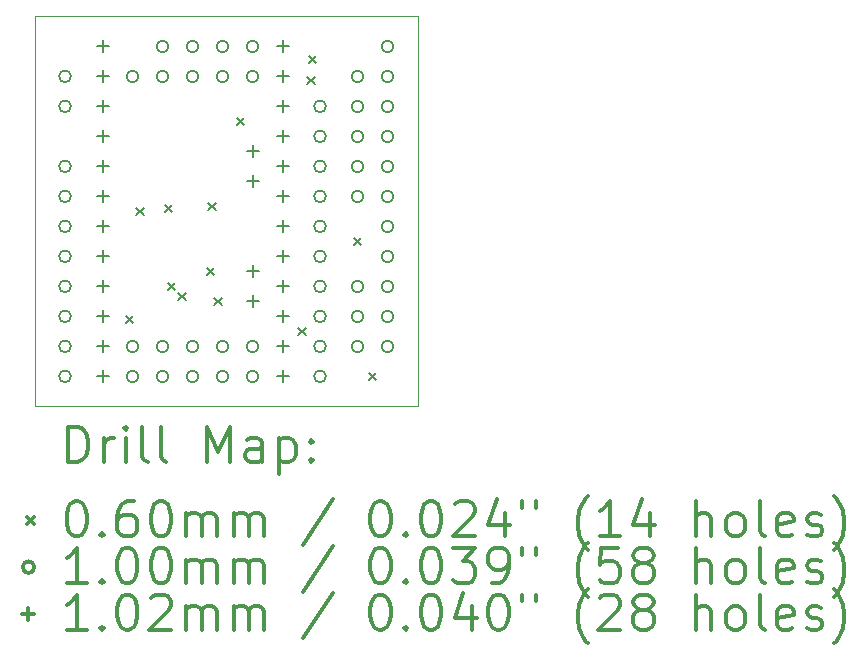
<source format=gbr>
%FSLAX45Y45*%
G04 Gerber Fmt 4.5, Leading zero omitted, Abs format (unit mm)*
G04 Created by KiCad (PCBNEW (5.1.5)-3) date 2020-06-20 17:59:58*
%MOMM*%
%LPD*%
G04 APERTURE LIST*
%TA.AperFunction,Profile*%
%ADD10C,0.100000*%
%TD*%
%ADD11C,0.200000*%
%ADD12C,0.300000*%
G04 APERTURE END LIST*
D10*
X16510000Y-8255000D02*
X13271500Y-8255000D01*
X16510000Y-11557000D02*
X13271500Y-11557000D01*
X13271500Y-11557000D02*
X13271500Y-8255000D01*
X16510000Y-11557000D02*
X16510000Y-8255000D01*
D11*
X14041600Y-10790400D02*
X14101600Y-10850400D01*
X14101600Y-10790400D02*
X14041600Y-10850400D01*
X14130500Y-9876000D02*
X14190500Y-9936000D01*
X14190500Y-9876000D02*
X14130500Y-9936000D01*
X14371800Y-9849400D02*
X14431800Y-9909400D01*
X14431800Y-9849400D02*
X14371800Y-9909400D01*
X14397200Y-10511000D02*
X14457200Y-10571000D01*
X14457200Y-10511000D02*
X14397200Y-10571000D01*
X14486100Y-10599900D02*
X14546100Y-10659900D01*
X14546100Y-10599900D02*
X14486100Y-10659900D01*
X14727400Y-10384000D02*
X14787400Y-10444000D01*
X14787400Y-10384000D02*
X14727400Y-10444000D01*
X14740100Y-9837900D02*
X14800100Y-9897900D01*
X14800100Y-9837900D02*
X14740100Y-9897900D01*
X14790900Y-10638000D02*
X14850900Y-10698000D01*
X14850900Y-10638000D02*
X14790900Y-10698000D01*
X14981400Y-9114000D02*
X15041400Y-9174000D01*
X15041400Y-9114000D02*
X14981400Y-9174000D01*
X15502100Y-10892000D02*
X15562100Y-10952000D01*
X15562100Y-10892000D02*
X15502100Y-10952000D01*
X15578300Y-8771100D02*
X15638300Y-8831100D01*
X15638300Y-8771100D02*
X15578300Y-8831100D01*
X15591000Y-8593300D02*
X15651000Y-8653300D01*
X15651000Y-8593300D02*
X15591000Y-8653300D01*
X15972000Y-10130000D02*
X16032000Y-10190000D01*
X16032000Y-10130000D02*
X15972000Y-10190000D01*
X16099000Y-11273000D02*
X16159000Y-11333000D01*
X16159000Y-11273000D02*
X16099000Y-11333000D01*
X14147000Y-11303000D02*
G75*
G03X14147000Y-11303000I-50000J0D01*
G01*
X14401000Y-11303000D02*
G75*
G03X14401000Y-11303000I-50000J0D01*
G01*
X14655000Y-11303000D02*
G75*
G03X14655000Y-11303000I-50000J0D01*
G01*
X14401000Y-8509000D02*
G75*
G03X14401000Y-8509000I-50000J0D01*
G01*
X14655000Y-8509000D02*
G75*
G03X14655000Y-8509000I-50000J0D01*
G01*
X14909000Y-8509000D02*
G75*
G03X14909000Y-8509000I-50000J0D01*
G01*
X15163000Y-8509000D02*
G75*
G03X15163000Y-8509000I-50000J0D01*
G01*
X13575500Y-9525000D02*
G75*
G03X13575500Y-9525000I-50000J0D01*
G01*
X13575500Y-9779000D02*
G75*
G03X13575500Y-9779000I-50000J0D01*
G01*
X13575500Y-10033000D02*
G75*
G03X13575500Y-10033000I-50000J0D01*
G01*
X16052000Y-8763000D02*
G75*
G03X16052000Y-8763000I-50000J0D01*
G01*
X16052000Y-9017000D02*
G75*
G03X16052000Y-9017000I-50000J0D01*
G01*
X16052000Y-9271000D02*
G75*
G03X16052000Y-9271000I-50000J0D01*
G01*
X16052000Y-9525000D02*
G75*
G03X16052000Y-9525000I-50000J0D01*
G01*
X16052000Y-9779000D02*
G75*
G03X16052000Y-9779000I-50000J0D01*
G01*
X16306000Y-10287000D02*
G75*
G03X16306000Y-10287000I-50000J0D01*
G01*
X16306000Y-10541000D02*
G75*
G03X16306000Y-10541000I-50000J0D01*
G01*
X16306000Y-10795000D02*
G75*
G03X16306000Y-10795000I-50000J0D01*
G01*
X16306000Y-11049000D02*
G75*
G03X16306000Y-11049000I-50000J0D01*
G01*
X13575500Y-10287000D02*
G75*
G03X13575500Y-10287000I-50000J0D01*
G01*
X13575500Y-10541000D02*
G75*
G03X13575500Y-10541000I-50000J0D01*
G01*
X13575500Y-10795000D02*
G75*
G03X13575500Y-10795000I-50000J0D01*
G01*
X13575500Y-11049000D02*
G75*
G03X13575500Y-11049000I-50000J0D01*
G01*
X13575500Y-11303000D02*
G75*
G03X13575500Y-11303000I-50000J0D01*
G01*
X16052000Y-10541000D02*
G75*
G03X16052000Y-10541000I-50000J0D01*
G01*
X16052000Y-10795000D02*
G75*
G03X16052000Y-10795000I-50000J0D01*
G01*
X16052000Y-11049000D02*
G75*
G03X16052000Y-11049000I-50000J0D01*
G01*
X16306000Y-8509000D02*
G75*
G03X16306000Y-8509000I-50000J0D01*
G01*
X16306000Y-8763000D02*
G75*
G03X16306000Y-8763000I-50000J0D01*
G01*
X16306000Y-9017000D02*
G75*
G03X16306000Y-9017000I-50000J0D01*
G01*
X13575500Y-8763000D02*
G75*
G03X13575500Y-8763000I-50000J0D01*
G01*
X13575500Y-9017000D02*
G75*
G03X13575500Y-9017000I-50000J0D01*
G01*
X14909000Y-11049000D02*
G75*
G03X14909000Y-11049000I-50000J0D01*
G01*
X14909000Y-11303000D02*
G75*
G03X14909000Y-11303000I-50000J0D01*
G01*
X14147000Y-11049000D02*
G75*
G03X14147000Y-11049000I-50000J0D01*
G01*
X14401000Y-11049000D02*
G75*
G03X14401000Y-11049000I-50000J0D01*
G01*
X14655000Y-11049000D02*
G75*
G03X14655000Y-11049000I-50000J0D01*
G01*
X15734500Y-9017000D02*
G75*
G03X15734500Y-9017000I-50000J0D01*
G01*
X15734500Y-9271000D02*
G75*
G03X15734500Y-9271000I-50000J0D01*
G01*
X15734500Y-9525000D02*
G75*
G03X15734500Y-9525000I-50000J0D01*
G01*
X15734500Y-9779000D02*
G75*
G03X15734500Y-9779000I-50000J0D01*
G01*
X15734500Y-10033000D02*
G75*
G03X15734500Y-10033000I-50000J0D01*
G01*
X15734500Y-10287000D02*
G75*
G03X15734500Y-10287000I-50000J0D01*
G01*
X15734500Y-10541000D02*
G75*
G03X15734500Y-10541000I-50000J0D01*
G01*
X15734500Y-10795000D02*
G75*
G03X15734500Y-10795000I-50000J0D01*
G01*
X15734500Y-11049000D02*
G75*
G03X15734500Y-11049000I-50000J0D01*
G01*
X15734500Y-11303000D02*
G75*
G03X15734500Y-11303000I-50000J0D01*
G01*
X14147000Y-8763000D02*
G75*
G03X14147000Y-8763000I-50000J0D01*
G01*
X14401000Y-8763000D02*
G75*
G03X14401000Y-8763000I-50000J0D01*
G01*
X14655000Y-8763000D02*
G75*
G03X14655000Y-8763000I-50000J0D01*
G01*
X14909000Y-8763000D02*
G75*
G03X14909000Y-8763000I-50000J0D01*
G01*
X15163000Y-8763000D02*
G75*
G03X15163000Y-8763000I-50000J0D01*
G01*
X15163000Y-11049000D02*
G75*
G03X15163000Y-11049000I-50000J0D01*
G01*
X15163000Y-11303000D02*
G75*
G03X15163000Y-11303000I-50000J0D01*
G01*
X16306000Y-9271000D02*
G75*
G03X16306000Y-9271000I-50000J0D01*
G01*
X16306000Y-9525000D02*
G75*
G03X16306000Y-9525000I-50000J0D01*
G01*
X16306000Y-9779000D02*
G75*
G03X16306000Y-9779000I-50000J0D01*
G01*
X16306000Y-10033000D02*
G75*
G03X16306000Y-10033000I-50000J0D01*
G01*
X15367000Y-8458200D02*
X15367000Y-8559800D01*
X15316200Y-8509000D02*
X15417800Y-8509000D01*
X15367000Y-8712200D02*
X15367000Y-8813800D01*
X15316200Y-8763000D02*
X15417800Y-8763000D01*
X15367000Y-8966200D02*
X15367000Y-9067800D01*
X15316200Y-9017000D02*
X15417800Y-9017000D01*
X15367000Y-9220200D02*
X15367000Y-9321800D01*
X15316200Y-9271000D02*
X15417800Y-9271000D01*
X15367000Y-9474200D02*
X15367000Y-9575800D01*
X15316200Y-9525000D02*
X15417800Y-9525000D01*
X15367000Y-9728200D02*
X15367000Y-9829800D01*
X15316200Y-9779000D02*
X15417800Y-9779000D01*
X15367000Y-9982200D02*
X15367000Y-10083800D01*
X15316200Y-10033000D02*
X15417800Y-10033000D01*
X15367000Y-10236200D02*
X15367000Y-10337800D01*
X15316200Y-10287000D02*
X15417800Y-10287000D01*
X15367000Y-10490200D02*
X15367000Y-10591800D01*
X15316200Y-10541000D02*
X15417800Y-10541000D01*
X15367000Y-10744200D02*
X15367000Y-10845800D01*
X15316200Y-10795000D02*
X15417800Y-10795000D01*
X15367000Y-10998200D02*
X15367000Y-11099800D01*
X15316200Y-11049000D02*
X15417800Y-11049000D01*
X15367000Y-11252200D02*
X15367000Y-11353800D01*
X15316200Y-11303000D02*
X15417800Y-11303000D01*
X13843000Y-8458200D02*
X13843000Y-8559800D01*
X13792200Y-8509000D02*
X13893800Y-8509000D01*
X13843000Y-8712200D02*
X13843000Y-8813800D01*
X13792200Y-8763000D02*
X13893800Y-8763000D01*
X13843000Y-8966200D02*
X13843000Y-9067800D01*
X13792200Y-9017000D02*
X13893800Y-9017000D01*
X13843000Y-9220200D02*
X13843000Y-9321800D01*
X13792200Y-9271000D02*
X13893800Y-9271000D01*
X13843000Y-9474200D02*
X13843000Y-9575800D01*
X13792200Y-9525000D02*
X13893800Y-9525000D01*
X13843000Y-9728200D02*
X13843000Y-9829800D01*
X13792200Y-9779000D02*
X13893800Y-9779000D01*
X13843000Y-9982200D02*
X13843000Y-10083800D01*
X13792200Y-10033000D02*
X13893800Y-10033000D01*
X13843000Y-10236200D02*
X13843000Y-10337800D01*
X13792200Y-10287000D02*
X13893800Y-10287000D01*
X13843000Y-10490200D02*
X13843000Y-10591800D01*
X13792200Y-10541000D02*
X13893800Y-10541000D01*
X13843000Y-10744200D02*
X13843000Y-10845800D01*
X13792200Y-10795000D02*
X13893800Y-10795000D01*
X13843000Y-10998200D02*
X13843000Y-11099800D01*
X13792200Y-11049000D02*
X13893800Y-11049000D01*
X13843000Y-11252200D02*
X13843000Y-11353800D01*
X13792200Y-11303000D02*
X13893800Y-11303000D01*
X15113000Y-9347200D02*
X15113000Y-9448800D01*
X15062200Y-9398000D02*
X15163800Y-9398000D01*
X15113000Y-9601200D02*
X15113000Y-9702800D01*
X15062200Y-9652000D02*
X15163800Y-9652000D01*
X15113000Y-10363200D02*
X15113000Y-10464800D01*
X15062200Y-10414000D02*
X15163800Y-10414000D01*
X15113000Y-10617200D02*
X15113000Y-10718800D01*
X15062200Y-10668000D02*
X15163800Y-10668000D01*
D12*
X13552928Y-12027714D02*
X13552928Y-11727714D01*
X13624357Y-11727714D01*
X13667214Y-11742000D01*
X13695786Y-11770571D01*
X13710071Y-11799143D01*
X13724357Y-11856286D01*
X13724357Y-11899143D01*
X13710071Y-11956286D01*
X13695786Y-11984857D01*
X13667214Y-12013429D01*
X13624357Y-12027714D01*
X13552928Y-12027714D01*
X13852928Y-12027714D02*
X13852928Y-11827714D01*
X13852928Y-11884857D02*
X13867214Y-11856286D01*
X13881500Y-11842000D01*
X13910071Y-11827714D01*
X13938643Y-11827714D01*
X14038643Y-12027714D02*
X14038643Y-11827714D01*
X14038643Y-11727714D02*
X14024357Y-11742000D01*
X14038643Y-11756286D01*
X14052928Y-11742000D01*
X14038643Y-11727714D01*
X14038643Y-11756286D01*
X14224357Y-12027714D02*
X14195786Y-12013429D01*
X14181500Y-11984857D01*
X14181500Y-11727714D01*
X14381500Y-12027714D02*
X14352928Y-12013429D01*
X14338643Y-11984857D01*
X14338643Y-11727714D01*
X14724357Y-12027714D02*
X14724357Y-11727714D01*
X14824357Y-11942000D01*
X14924357Y-11727714D01*
X14924357Y-12027714D01*
X15195786Y-12027714D02*
X15195786Y-11870571D01*
X15181500Y-11842000D01*
X15152928Y-11827714D01*
X15095786Y-11827714D01*
X15067214Y-11842000D01*
X15195786Y-12013429D02*
X15167214Y-12027714D01*
X15095786Y-12027714D01*
X15067214Y-12013429D01*
X15052928Y-11984857D01*
X15052928Y-11956286D01*
X15067214Y-11927714D01*
X15095786Y-11913429D01*
X15167214Y-11913429D01*
X15195786Y-11899143D01*
X15338643Y-11827714D02*
X15338643Y-12127714D01*
X15338643Y-11842000D02*
X15367214Y-11827714D01*
X15424357Y-11827714D01*
X15452928Y-11842000D01*
X15467214Y-11856286D01*
X15481500Y-11884857D01*
X15481500Y-11970571D01*
X15467214Y-11999143D01*
X15452928Y-12013429D01*
X15424357Y-12027714D01*
X15367214Y-12027714D01*
X15338643Y-12013429D01*
X15610071Y-11999143D02*
X15624357Y-12013429D01*
X15610071Y-12027714D01*
X15595786Y-12013429D01*
X15610071Y-11999143D01*
X15610071Y-12027714D01*
X15610071Y-11842000D02*
X15624357Y-11856286D01*
X15610071Y-11870571D01*
X15595786Y-11856286D01*
X15610071Y-11842000D01*
X15610071Y-11870571D01*
X13206500Y-12492000D02*
X13266500Y-12552000D01*
X13266500Y-12492000D02*
X13206500Y-12552000D01*
X13610071Y-12357714D02*
X13638643Y-12357714D01*
X13667214Y-12372000D01*
X13681500Y-12386286D01*
X13695786Y-12414857D01*
X13710071Y-12472000D01*
X13710071Y-12543429D01*
X13695786Y-12600571D01*
X13681500Y-12629143D01*
X13667214Y-12643429D01*
X13638643Y-12657714D01*
X13610071Y-12657714D01*
X13581500Y-12643429D01*
X13567214Y-12629143D01*
X13552928Y-12600571D01*
X13538643Y-12543429D01*
X13538643Y-12472000D01*
X13552928Y-12414857D01*
X13567214Y-12386286D01*
X13581500Y-12372000D01*
X13610071Y-12357714D01*
X13838643Y-12629143D02*
X13852928Y-12643429D01*
X13838643Y-12657714D01*
X13824357Y-12643429D01*
X13838643Y-12629143D01*
X13838643Y-12657714D01*
X14110071Y-12357714D02*
X14052928Y-12357714D01*
X14024357Y-12372000D01*
X14010071Y-12386286D01*
X13981500Y-12429143D01*
X13967214Y-12486286D01*
X13967214Y-12600571D01*
X13981500Y-12629143D01*
X13995786Y-12643429D01*
X14024357Y-12657714D01*
X14081500Y-12657714D01*
X14110071Y-12643429D01*
X14124357Y-12629143D01*
X14138643Y-12600571D01*
X14138643Y-12529143D01*
X14124357Y-12500571D01*
X14110071Y-12486286D01*
X14081500Y-12472000D01*
X14024357Y-12472000D01*
X13995786Y-12486286D01*
X13981500Y-12500571D01*
X13967214Y-12529143D01*
X14324357Y-12357714D02*
X14352928Y-12357714D01*
X14381500Y-12372000D01*
X14395786Y-12386286D01*
X14410071Y-12414857D01*
X14424357Y-12472000D01*
X14424357Y-12543429D01*
X14410071Y-12600571D01*
X14395786Y-12629143D01*
X14381500Y-12643429D01*
X14352928Y-12657714D01*
X14324357Y-12657714D01*
X14295786Y-12643429D01*
X14281500Y-12629143D01*
X14267214Y-12600571D01*
X14252928Y-12543429D01*
X14252928Y-12472000D01*
X14267214Y-12414857D01*
X14281500Y-12386286D01*
X14295786Y-12372000D01*
X14324357Y-12357714D01*
X14552928Y-12657714D02*
X14552928Y-12457714D01*
X14552928Y-12486286D02*
X14567214Y-12472000D01*
X14595786Y-12457714D01*
X14638643Y-12457714D01*
X14667214Y-12472000D01*
X14681500Y-12500571D01*
X14681500Y-12657714D01*
X14681500Y-12500571D02*
X14695786Y-12472000D01*
X14724357Y-12457714D01*
X14767214Y-12457714D01*
X14795786Y-12472000D01*
X14810071Y-12500571D01*
X14810071Y-12657714D01*
X14952928Y-12657714D02*
X14952928Y-12457714D01*
X14952928Y-12486286D02*
X14967214Y-12472000D01*
X14995786Y-12457714D01*
X15038643Y-12457714D01*
X15067214Y-12472000D01*
X15081500Y-12500571D01*
X15081500Y-12657714D01*
X15081500Y-12500571D02*
X15095786Y-12472000D01*
X15124357Y-12457714D01*
X15167214Y-12457714D01*
X15195786Y-12472000D01*
X15210071Y-12500571D01*
X15210071Y-12657714D01*
X15795786Y-12343429D02*
X15538643Y-12729143D01*
X16181500Y-12357714D02*
X16210071Y-12357714D01*
X16238643Y-12372000D01*
X16252928Y-12386286D01*
X16267214Y-12414857D01*
X16281500Y-12472000D01*
X16281500Y-12543429D01*
X16267214Y-12600571D01*
X16252928Y-12629143D01*
X16238643Y-12643429D01*
X16210071Y-12657714D01*
X16181500Y-12657714D01*
X16152928Y-12643429D01*
X16138643Y-12629143D01*
X16124357Y-12600571D01*
X16110071Y-12543429D01*
X16110071Y-12472000D01*
X16124357Y-12414857D01*
X16138643Y-12386286D01*
X16152928Y-12372000D01*
X16181500Y-12357714D01*
X16410071Y-12629143D02*
X16424357Y-12643429D01*
X16410071Y-12657714D01*
X16395786Y-12643429D01*
X16410071Y-12629143D01*
X16410071Y-12657714D01*
X16610071Y-12357714D02*
X16638643Y-12357714D01*
X16667214Y-12372000D01*
X16681500Y-12386286D01*
X16695786Y-12414857D01*
X16710071Y-12472000D01*
X16710071Y-12543429D01*
X16695786Y-12600571D01*
X16681500Y-12629143D01*
X16667214Y-12643429D01*
X16638643Y-12657714D01*
X16610071Y-12657714D01*
X16581500Y-12643429D01*
X16567214Y-12629143D01*
X16552928Y-12600571D01*
X16538643Y-12543429D01*
X16538643Y-12472000D01*
X16552928Y-12414857D01*
X16567214Y-12386286D01*
X16581500Y-12372000D01*
X16610071Y-12357714D01*
X16824357Y-12386286D02*
X16838643Y-12372000D01*
X16867214Y-12357714D01*
X16938643Y-12357714D01*
X16967214Y-12372000D01*
X16981500Y-12386286D01*
X16995786Y-12414857D01*
X16995786Y-12443429D01*
X16981500Y-12486286D01*
X16810071Y-12657714D01*
X16995786Y-12657714D01*
X17252928Y-12457714D02*
X17252928Y-12657714D01*
X17181500Y-12343429D02*
X17110071Y-12557714D01*
X17295786Y-12557714D01*
X17395786Y-12357714D02*
X17395786Y-12414857D01*
X17510071Y-12357714D02*
X17510071Y-12414857D01*
X17952928Y-12772000D02*
X17938643Y-12757714D01*
X17910071Y-12714857D01*
X17895786Y-12686286D01*
X17881500Y-12643429D01*
X17867214Y-12572000D01*
X17867214Y-12514857D01*
X17881500Y-12443429D01*
X17895786Y-12400571D01*
X17910071Y-12372000D01*
X17938643Y-12329143D01*
X17952928Y-12314857D01*
X18224357Y-12657714D02*
X18052928Y-12657714D01*
X18138643Y-12657714D02*
X18138643Y-12357714D01*
X18110071Y-12400571D01*
X18081500Y-12429143D01*
X18052928Y-12443429D01*
X18481500Y-12457714D02*
X18481500Y-12657714D01*
X18410071Y-12343429D02*
X18338643Y-12557714D01*
X18524357Y-12557714D01*
X18867214Y-12657714D02*
X18867214Y-12357714D01*
X18995786Y-12657714D02*
X18995786Y-12500571D01*
X18981500Y-12472000D01*
X18952928Y-12457714D01*
X18910071Y-12457714D01*
X18881500Y-12472000D01*
X18867214Y-12486286D01*
X19181500Y-12657714D02*
X19152928Y-12643429D01*
X19138643Y-12629143D01*
X19124357Y-12600571D01*
X19124357Y-12514857D01*
X19138643Y-12486286D01*
X19152928Y-12472000D01*
X19181500Y-12457714D01*
X19224357Y-12457714D01*
X19252928Y-12472000D01*
X19267214Y-12486286D01*
X19281500Y-12514857D01*
X19281500Y-12600571D01*
X19267214Y-12629143D01*
X19252928Y-12643429D01*
X19224357Y-12657714D01*
X19181500Y-12657714D01*
X19452928Y-12657714D02*
X19424357Y-12643429D01*
X19410071Y-12614857D01*
X19410071Y-12357714D01*
X19681500Y-12643429D02*
X19652928Y-12657714D01*
X19595786Y-12657714D01*
X19567214Y-12643429D01*
X19552928Y-12614857D01*
X19552928Y-12500571D01*
X19567214Y-12472000D01*
X19595786Y-12457714D01*
X19652928Y-12457714D01*
X19681500Y-12472000D01*
X19695786Y-12500571D01*
X19695786Y-12529143D01*
X19552928Y-12557714D01*
X19810071Y-12643429D02*
X19838643Y-12657714D01*
X19895786Y-12657714D01*
X19924357Y-12643429D01*
X19938643Y-12614857D01*
X19938643Y-12600571D01*
X19924357Y-12572000D01*
X19895786Y-12557714D01*
X19852928Y-12557714D01*
X19824357Y-12543429D01*
X19810071Y-12514857D01*
X19810071Y-12500571D01*
X19824357Y-12472000D01*
X19852928Y-12457714D01*
X19895786Y-12457714D01*
X19924357Y-12472000D01*
X20038643Y-12772000D02*
X20052928Y-12757714D01*
X20081500Y-12714857D01*
X20095786Y-12686286D01*
X20110071Y-12643429D01*
X20124357Y-12572000D01*
X20124357Y-12514857D01*
X20110071Y-12443429D01*
X20095786Y-12400571D01*
X20081500Y-12372000D01*
X20052928Y-12329143D01*
X20038643Y-12314857D01*
X13266500Y-12918000D02*
G75*
G03X13266500Y-12918000I-50000J0D01*
G01*
X13710071Y-13053714D02*
X13538643Y-13053714D01*
X13624357Y-13053714D02*
X13624357Y-12753714D01*
X13595786Y-12796571D01*
X13567214Y-12825143D01*
X13538643Y-12839429D01*
X13838643Y-13025143D02*
X13852928Y-13039429D01*
X13838643Y-13053714D01*
X13824357Y-13039429D01*
X13838643Y-13025143D01*
X13838643Y-13053714D01*
X14038643Y-12753714D02*
X14067214Y-12753714D01*
X14095786Y-12768000D01*
X14110071Y-12782286D01*
X14124357Y-12810857D01*
X14138643Y-12868000D01*
X14138643Y-12939429D01*
X14124357Y-12996571D01*
X14110071Y-13025143D01*
X14095786Y-13039429D01*
X14067214Y-13053714D01*
X14038643Y-13053714D01*
X14010071Y-13039429D01*
X13995786Y-13025143D01*
X13981500Y-12996571D01*
X13967214Y-12939429D01*
X13967214Y-12868000D01*
X13981500Y-12810857D01*
X13995786Y-12782286D01*
X14010071Y-12768000D01*
X14038643Y-12753714D01*
X14324357Y-12753714D02*
X14352928Y-12753714D01*
X14381500Y-12768000D01*
X14395786Y-12782286D01*
X14410071Y-12810857D01*
X14424357Y-12868000D01*
X14424357Y-12939429D01*
X14410071Y-12996571D01*
X14395786Y-13025143D01*
X14381500Y-13039429D01*
X14352928Y-13053714D01*
X14324357Y-13053714D01*
X14295786Y-13039429D01*
X14281500Y-13025143D01*
X14267214Y-12996571D01*
X14252928Y-12939429D01*
X14252928Y-12868000D01*
X14267214Y-12810857D01*
X14281500Y-12782286D01*
X14295786Y-12768000D01*
X14324357Y-12753714D01*
X14552928Y-13053714D02*
X14552928Y-12853714D01*
X14552928Y-12882286D02*
X14567214Y-12868000D01*
X14595786Y-12853714D01*
X14638643Y-12853714D01*
X14667214Y-12868000D01*
X14681500Y-12896571D01*
X14681500Y-13053714D01*
X14681500Y-12896571D02*
X14695786Y-12868000D01*
X14724357Y-12853714D01*
X14767214Y-12853714D01*
X14795786Y-12868000D01*
X14810071Y-12896571D01*
X14810071Y-13053714D01*
X14952928Y-13053714D02*
X14952928Y-12853714D01*
X14952928Y-12882286D02*
X14967214Y-12868000D01*
X14995786Y-12853714D01*
X15038643Y-12853714D01*
X15067214Y-12868000D01*
X15081500Y-12896571D01*
X15081500Y-13053714D01*
X15081500Y-12896571D02*
X15095786Y-12868000D01*
X15124357Y-12853714D01*
X15167214Y-12853714D01*
X15195786Y-12868000D01*
X15210071Y-12896571D01*
X15210071Y-13053714D01*
X15795786Y-12739429D02*
X15538643Y-13125143D01*
X16181500Y-12753714D02*
X16210071Y-12753714D01*
X16238643Y-12768000D01*
X16252928Y-12782286D01*
X16267214Y-12810857D01*
X16281500Y-12868000D01*
X16281500Y-12939429D01*
X16267214Y-12996571D01*
X16252928Y-13025143D01*
X16238643Y-13039429D01*
X16210071Y-13053714D01*
X16181500Y-13053714D01*
X16152928Y-13039429D01*
X16138643Y-13025143D01*
X16124357Y-12996571D01*
X16110071Y-12939429D01*
X16110071Y-12868000D01*
X16124357Y-12810857D01*
X16138643Y-12782286D01*
X16152928Y-12768000D01*
X16181500Y-12753714D01*
X16410071Y-13025143D02*
X16424357Y-13039429D01*
X16410071Y-13053714D01*
X16395786Y-13039429D01*
X16410071Y-13025143D01*
X16410071Y-13053714D01*
X16610071Y-12753714D02*
X16638643Y-12753714D01*
X16667214Y-12768000D01*
X16681500Y-12782286D01*
X16695786Y-12810857D01*
X16710071Y-12868000D01*
X16710071Y-12939429D01*
X16695786Y-12996571D01*
X16681500Y-13025143D01*
X16667214Y-13039429D01*
X16638643Y-13053714D01*
X16610071Y-13053714D01*
X16581500Y-13039429D01*
X16567214Y-13025143D01*
X16552928Y-12996571D01*
X16538643Y-12939429D01*
X16538643Y-12868000D01*
X16552928Y-12810857D01*
X16567214Y-12782286D01*
X16581500Y-12768000D01*
X16610071Y-12753714D01*
X16810071Y-12753714D02*
X16995786Y-12753714D01*
X16895786Y-12868000D01*
X16938643Y-12868000D01*
X16967214Y-12882286D01*
X16981500Y-12896571D01*
X16995786Y-12925143D01*
X16995786Y-12996571D01*
X16981500Y-13025143D01*
X16967214Y-13039429D01*
X16938643Y-13053714D01*
X16852928Y-13053714D01*
X16824357Y-13039429D01*
X16810071Y-13025143D01*
X17138643Y-13053714D02*
X17195786Y-13053714D01*
X17224357Y-13039429D01*
X17238643Y-13025143D01*
X17267214Y-12982286D01*
X17281500Y-12925143D01*
X17281500Y-12810857D01*
X17267214Y-12782286D01*
X17252928Y-12768000D01*
X17224357Y-12753714D01*
X17167214Y-12753714D01*
X17138643Y-12768000D01*
X17124357Y-12782286D01*
X17110071Y-12810857D01*
X17110071Y-12882286D01*
X17124357Y-12910857D01*
X17138643Y-12925143D01*
X17167214Y-12939429D01*
X17224357Y-12939429D01*
X17252928Y-12925143D01*
X17267214Y-12910857D01*
X17281500Y-12882286D01*
X17395786Y-12753714D02*
X17395786Y-12810857D01*
X17510071Y-12753714D02*
X17510071Y-12810857D01*
X17952928Y-13168000D02*
X17938643Y-13153714D01*
X17910071Y-13110857D01*
X17895786Y-13082286D01*
X17881500Y-13039429D01*
X17867214Y-12968000D01*
X17867214Y-12910857D01*
X17881500Y-12839429D01*
X17895786Y-12796571D01*
X17910071Y-12768000D01*
X17938643Y-12725143D01*
X17952928Y-12710857D01*
X18210071Y-12753714D02*
X18067214Y-12753714D01*
X18052928Y-12896571D01*
X18067214Y-12882286D01*
X18095786Y-12868000D01*
X18167214Y-12868000D01*
X18195786Y-12882286D01*
X18210071Y-12896571D01*
X18224357Y-12925143D01*
X18224357Y-12996571D01*
X18210071Y-13025143D01*
X18195786Y-13039429D01*
X18167214Y-13053714D01*
X18095786Y-13053714D01*
X18067214Y-13039429D01*
X18052928Y-13025143D01*
X18395786Y-12882286D02*
X18367214Y-12868000D01*
X18352928Y-12853714D01*
X18338643Y-12825143D01*
X18338643Y-12810857D01*
X18352928Y-12782286D01*
X18367214Y-12768000D01*
X18395786Y-12753714D01*
X18452928Y-12753714D01*
X18481500Y-12768000D01*
X18495786Y-12782286D01*
X18510071Y-12810857D01*
X18510071Y-12825143D01*
X18495786Y-12853714D01*
X18481500Y-12868000D01*
X18452928Y-12882286D01*
X18395786Y-12882286D01*
X18367214Y-12896571D01*
X18352928Y-12910857D01*
X18338643Y-12939429D01*
X18338643Y-12996571D01*
X18352928Y-13025143D01*
X18367214Y-13039429D01*
X18395786Y-13053714D01*
X18452928Y-13053714D01*
X18481500Y-13039429D01*
X18495786Y-13025143D01*
X18510071Y-12996571D01*
X18510071Y-12939429D01*
X18495786Y-12910857D01*
X18481500Y-12896571D01*
X18452928Y-12882286D01*
X18867214Y-13053714D02*
X18867214Y-12753714D01*
X18995786Y-13053714D02*
X18995786Y-12896571D01*
X18981500Y-12868000D01*
X18952928Y-12853714D01*
X18910071Y-12853714D01*
X18881500Y-12868000D01*
X18867214Y-12882286D01*
X19181500Y-13053714D02*
X19152928Y-13039429D01*
X19138643Y-13025143D01*
X19124357Y-12996571D01*
X19124357Y-12910857D01*
X19138643Y-12882286D01*
X19152928Y-12868000D01*
X19181500Y-12853714D01*
X19224357Y-12853714D01*
X19252928Y-12868000D01*
X19267214Y-12882286D01*
X19281500Y-12910857D01*
X19281500Y-12996571D01*
X19267214Y-13025143D01*
X19252928Y-13039429D01*
X19224357Y-13053714D01*
X19181500Y-13053714D01*
X19452928Y-13053714D02*
X19424357Y-13039429D01*
X19410071Y-13010857D01*
X19410071Y-12753714D01*
X19681500Y-13039429D02*
X19652928Y-13053714D01*
X19595786Y-13053714D01*
X19567214Y-13039429D01*
X19552928Y-13010857D01*
X19552928Y-12896571D01*
X19567214Y-12868000D01*
X19595786Y-12853714D01*
X19652928Y-12853714D01*
X19681500Y-12868000D01*
X19695786Y-12896571D01*
X19695786Y-12925143D01*
X19552928Y-12953714D01*
X19810071Y-13039429D02*
X19838643Y-13053714D01*
X19895786Y-13053714D01*
X19924357Y-13039429D01*
X19938643Y-13010857D01*
X19938643Y-12996571D01*
X19924357Y-12968000D01*
X19895786Y-12953714D01*
X19852928Y-12953714D01*
X19824357Y-12939429D01*
X19810071Y-12910857D01*
X19810071Y-12896571D01*
X19824357Y-12868000D01*
X19852928Y-12853714D01*
X19895786Y-12853714D01*
X19924357Y-12868000D01*
X20038643Y-13168000D02*
X20052928Y-13153714D01*
X20081500Y-13110857D01*
X20095786Y-13082286D01*
X20110071Y-13039429D01*
X20124357Y-12968000D01*
X20124357Y-12910857D01*
X20110071Y-12839429D01*
X20095786Y-12796571D01*
X20081500Y-12768000D01*
X20052928Y-12725143D01*
X20038643Y-12710857D01*
X13215700Y-13263200D02*
X13215700Y-13364800D01*
X13164900Y-13314000D02*
X13266500Y-13314000D01*
X13710071Y-13449714D02*
X13538643Y-13449714D01*
X13624357Y-13449714D02*
X13624357Y-13149714D01*
X13595786Y-13192571D01*
X13567214Y-13221143D01*
X13538643Y-13235429D01*
X13838643Y-13421143D02*
X13852928Y-13435429D01*
X13838643Y-13449714D01*
X13824357Y-13435429D01*
X13838643Y-13421143D01*
X13838643Y-13449714D01*
X14038643Y-13149714D02*
X14067214Y-13149714D01*
X14095786Y-13164000D01*
X14110071Y-13178286D01*
X14124357Y-13206857D01*
X14138643Y-13264000D01*
X14138643Y-13335429D01*
X14124357Y-13392571D01*
X14110071Y-13421143D01*
X14095786Y-13435429D01*
X14067214Y-13449714D01*
X14038643Y-13449714D01*
X14010071Y-13435429D01*
X13995786Y-13421143D01*
X13981500Y-13392571D01*
X13967214Y-13335429D01*
X13967214Y-13264000D01*
X13981500Y-13206857D01*
X13995786Y-13178286D01*
X14010071Y-13164000D01*
X14038643Y-13149714D01*
X14252928Y-13178286D02*
X14267214Y-13164000D01*
X14295786Y-13149714D01*
X14367214Y-13149714D01*
X14395786Y-13164000D01*
X14410071Y-13178286D01*
X14424357Y-13206857D01*
X14424357Y-13235429D01*
X14410071Y-13278286D01*
X14238643Y-13449714D01*
X14424357Y-13449714D01*
X14552928Y-13449714D02*
X14552928Y-13249714D01*
X14552928Y-13278286D02*
X14567214Y-13264000D01*
X14595786Y-13249714D01*
X14638643Y-13249714D01*
X14667214Y-13264000D01*
X14681500Y-13292571D01*
X14681500Y-13449714D01*
X14681500Y-13292571D02*
X14695786Y-13264000D01*
X14724357Y-13249714D01*
X14767214Y-13249714D01*
X14795786Y-13264000D01*
X14810071Y-13292571D01*
X14810071Y-13449714D01*
X14952928Y-13449714D02*
X14952928Y-13249714D01*
X14952928Y-13278286D02*
X14967214Y-13264000D01*
X14995786Y-13249714D01*
X15038643Y-13249714D01*
X15067214Y-13264000D01*
X15081500Y-13292571D01*
X15081500Y-13449714D01*
X15081500Y-13292571D02*
X15095786Y-13264000D01*
X15124357Y-13249714D01*
X15167214Y-13249714D01*
X15195786Y-13264000D01*
X15210071Y-13292571D01*
X15210071Y-13449714D01*
X15795786Y-13135429D02*
X15538643Y-13521143D01*
X16181500Y-13149714D02*
X16210071Y-13149714D01*
X16238643Y-13164000D01*
X16252928Y-13178286D01*
X16267214Y-13206857D01*
X16281500Y-13264000D01*
X16281500Y-13335429D01*
X16267214Y-13392571D01*
X16252928Y-13421143D01*
X16238643Y-13435429D01*
X16210071Y-13449714D01*
X16181500Y-13449714D01*
X16152928Y-13435429D01*
X16138643Y-13421143D01*
X16124357Y-13392571D01*
X16110071Y-13335429D01*
X16110071Y-13264000D01*
X16124357Y-13206857D01*
X16138643Y-13178286D01*
X16152928Y-13164000D01*
X16181500Y-13149714D01*
X16410071Y-13421143D02*
X16424357Y-13435429D01*
X16410071Y-13449714D01*
X16395786Y-13435429D01*
X16410071Y-13421143D01*
X16410071Y-13449714D01*
X16610071Y-13149714D02*
X16638643Y-13149714D01*
X16667214Y-13164000D01*
X16681500Y-13178286D01*
X16695786Y-13206857D01*
X16710071Y-13264000D01*
X16710071Y-13335429D01*
X16695786Y-13392571D01*
X16681500Y-13421143D01*
X16667214Y-13435429D01*
X16638643Y-13449714D01*
X16610071Y-13449714D01*
X16581500Y-13435429D01*
X16567214Y-13421143D01*
X16552928Y-13392571D01*
X16538643Y-13335429D01*
X16538643Y-13264000D01*
X16552928Y-13206857D01*
X16567214Y-13178286D01*
X16581500Y-13164000D01*
X16610071Y-13149714D01*
X16967214Y-13249714D02*
X16967214Y-13449714D01*
X16895786Y-13135429D02*
X16824357Y-13349714D01*
X17010071Y-13349714D01*
X17181500Y-13149714D02*
X17210071Y-13149714D01*
X17238643Y-13164000D01*
X17252928Y-13178286D01*
X17267214Y-13206857D01*
X17281500Y-13264000D01*
X17281500Y-13335429D01*
X17267214Y-13392571D01*
X17252928Y-13421143D01*
X17238643Y-13435429D01*
X17210071Y-13449714D01*
X17181500Y-13449714D01*
X17152928Y-13435429D01*
X17138643Y-13421143D01*
X17124357Y-13392571D01*
X17110071Y-13335429D01*
X17110071Y-13264000D01*
X17124357Y-13206857D01*
X17138643Y-13178286D01*
X17152928Y-13164000D01*
X17181500Y-13149714D01*
X17395786Y-13149714D02*
X17395786Y-13206857D01*
X17510071Y-13149714D02*
X17510071Y-13206857D01*
X17952928Y-13564000D02*
X17938643Y-13549714D01*
X17910071Y-13506857D01*
X17895786Y-13478286D01*
X17881500Y-13435429D01*
X17867214Y-13364000D01*
X17867214Y-13306857D01*
X17881500Y-13235429D01*
X17895786Y-13192571D01*
X17910071Y-13164000D01*
X17938643Y-13121143D01*
X17952928Y-13106857D01*
X18052928Y-13178286D02*
X18067214Y-13164000D01*
X18095786Y-13149714D01*
X18167214Y-13149714D01*
X18195786Y-13164000D01*
X18210071Y-13178286D01*
X18224357Y-13206857D01*
X18224357Y-13235429D01*
X18210071Y-13278286D01*
X18038643Y-13449714D01*
X18224357Y-13449714D01*
X18395786Y-13278286D02*
X18367214Y-13264000D01*
X18352928Y-13249714D01*
X18338643Y-13221143D01*
X18338643Y-13206857D01*
X18352928Y-13178286D01*
X18367214Y-13164000D01*
X18395786Y-13149714D01*
X18452928Y-13149714D01*
X18481500Y-13164000D01*
X18495786Y-13178286D01*
X18510071Y-13206857D01*
X18510071Y-13221143D01*
X18495786Y-13249714D01*
X18481500Y-13264000D01*
X18452928Y-13278286D01*
X18395786Y-13278286D01*
X18367214Y-13292571D01*
X18352928Y-13306857D01*
X18338643Y-13335429D01*
X18338643Y-13392571D01*
X18352928Y-13421143D01*
X18367214Y-13435429D01*
X18395786Y-13449714D01*
X18452928Y-13449714D01*
X18481500Y-13435429D01*
X18495786Y-13421143D01*
X18510071Y-13392571D01*
X18510071Y-13335429D01*
X18495786Y-13306857D01*
X18481500Y-13292571D01*
X18452928Y-13278286D01*
X18867214Y-13449714D02*
X18867214Y-13149714D01*
X18995786Y-13449714D02*
X18995786Y-13292571D01*
X18981500Y-13264000D01*
X18952928Y-13249714D01*
X18910071Y-13249714D01*
X18881500Y-13264000D01*
X18867214Y-13278286D01*
X19181500Y-13449714D02*
X19152928Y-13435429D01*
X19138643Y-13421143D01*
X19124357Y-13392571D01*
X19124357Y-13306857D01*
X19138643Y-13278286D01*
X19152928Y-13264000D01*
X19181500Y-13249714D01*
X19224357Y-13249714D01*
X19252928Y-13264000D01*
X19267214Y-13278286D01*
X19281500Y-13306857D01*
X19281500Y-13392571D01*
X19267214Y-13421143D01*
X19252928Y-13435429D01*
X19224357Y-13449714D01*
X19181500Y-13449714D01*
X19452928Y-13449714D02*
X19424357Y-13435429D01*
X19410071Y-13406857D01*
X19410071Y-13149714D01*
X19681500Y-13435429D02*
X19652928Y-13449714D01*
X19595786Y-13449714D01*
X19567214Y-13435429D01*
X19552928Y-13406857D01*
X19552928Y-13292571D01*
X19567214Y-13264000D01*
X19595786Y-13249714D01*
X19652928Y-13249714D01*
X19681500Y-13264000D01*
X19695786Y-13292571D01*
X19695786Y-13321143D01*
X19552928Y-13349714D01*
X19810071Y-13435429D02*
X19838643Y-13449714D01*
X19895786Y-13449714D01*
X19924357Y-13435429D01*
X19938643Y-13406857D01*
X19938643Y-13392571D01*
X19924357Y-13364000D01*
X19895786Y-13349714D01*
X19852928Y-13349714D01*
X19824357Y-13335429D01*
X19810071Y-13306857D01*
X19810071Y-13292571D01*
X19824357Y-13264000D01*
X19852928Y-13249714D01*
X19895786Y-13249714D01*
X19924357Y-13264000D01*
X20038643Y-13564000D02*
X20052928Y-13549714D01*
X20081500Y-13506857D01*
X20095786Y-13478286D01*
X20110071Y-13435429D01*
X20124357Y-13364000D01*
X20124357Y-13306857D01*
X20110071Y-13235429D01*
X20095786Y-13192571D01*
X20081500Y-13164000D01*
X20052928Y-13121143D01*
X20038643Y-13106857D01*
M02*

</source>
